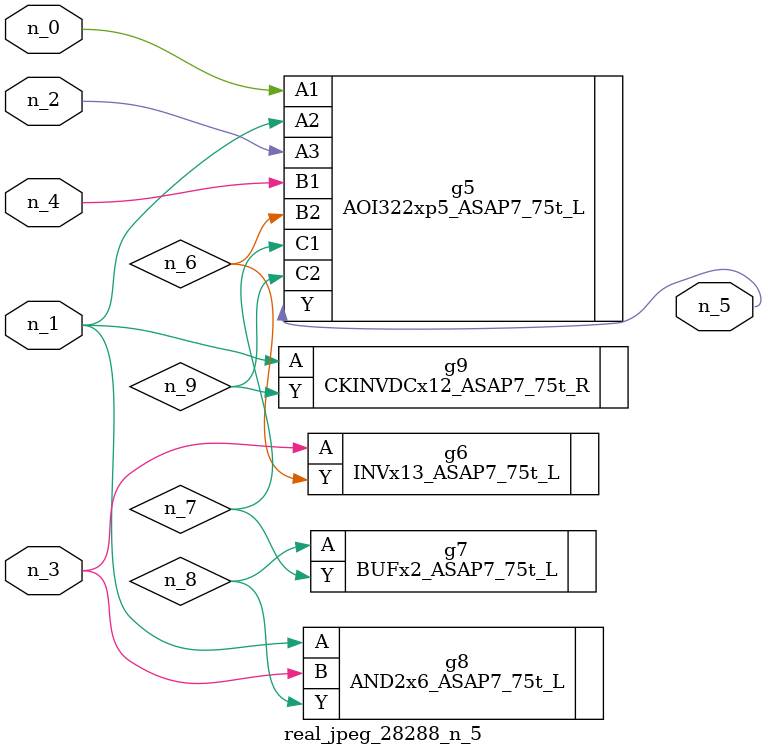
<source format=v>
module real_jpeg_28288_n_5 (n_4, n_0, n_1, n_2, n_3, n_5);

input n_4;
input n_0;
input n_1;
input n_2;
input n_3;

output n_5;

wire n_8;
wire n_6;
wire n_7;
wire n_9;

AOI322xp5_ASAP7_75t_L g5 ( 
.A1(n_0),
.A2(n_1),
.A3(n_2),
.B1(n_4),
.B2(n_6),
.C1(n_7),
.C2(n_9),
.Y(n_5)
);

AND2x6_ASAP7_75t_L g8 ( 
.A(n_1),
.B(n_3),
.Y(n_8)
);

CKINVDCx12_ASAP7_75t_R g9 ( 
.A(n_1),
.Y(n_9)
);

INVx13_ASAP7_75t_L g6 ( 
.A(n_3),
.Y(n_6)
);

BUFx2_ASAP7_75t_L g7 ( 
.A(n_8),
.Y(n_7)
);


endmodule
</source>
